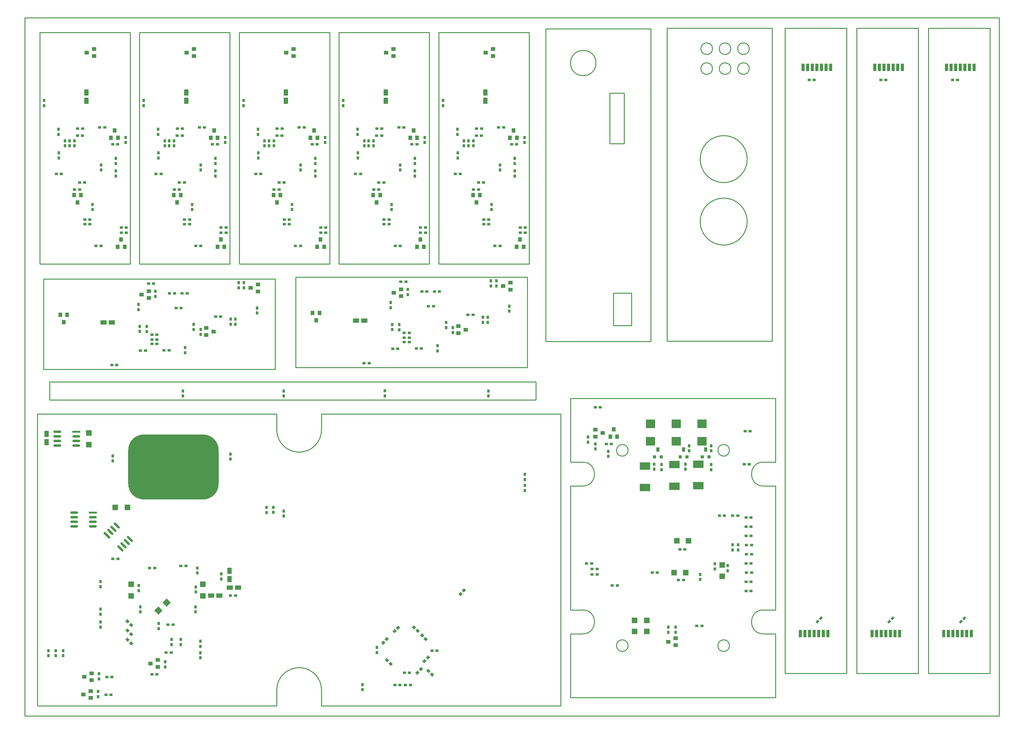
<source format=gbp>
%FSLAX25Y25*%
%MOIN*%
G70*
G01*
G75*
G04 Layer_Color=128*
G04:AMPARAMS|DCode=10|XSize=118.11mil|YSize=196.85mil|CornerRadius=29.53mil|HoleSize=0mil|Usage=FLASHONLY|Rotation=90.000|XOffset=0mil|YOffset=0mil|HoleType=Round|Shape=RoundedRectangle|*
%AMROUNDEDRECTD10*
21,1,0.11811,0.13780,0,0,90.0*
21,1,0.05906,0.19685,0,0,90.0*
1,1,0.05906,0.06890,0.02953*
1,1,0.05906,0.06890,-0.02953*
1,1,0.05906,-0.06890,-0.02953*
1,1,0.05906,-0.06890,0.02953*
%
%ADD10ROUNDEDRECTD10*%
%ADD11R,0.03000X0.03543*%
%ADD12R,0.03543X0.03000*%
%ADD13O,0.07087X0.01181*%
%ADD14O,0.01181X0.07087*%
%ADD15O,0.03543X0.05906*%
%ADD16R,0.03543X0.05906*%
%ADD17R,0.04921X0.03937*%
%ADD18R,0.03937X0.04921*%
%ADD19R,0.12598X0.09449*%
%ADD20R,0.15000X0.19685*%
%ADD21R,0.06693X0.05000*%
%ADD22R,0.05000X0.06693*%
%ADD23O,0.03150X0.11811*%
%ADD24R,0.03150X0.11811*%
%ADD25R,0.07874X0.03543*%
%ADD26R,0.03543X0.01181*%
%ADD27O,0.03543X0.01181*%
%ADD28R,0.06299X0.06000*%
%ADD29O,0.08661X0.02362*%
%ADD30R,0.08661X0.02362*%
G04:AMPARAMS|DCode=31|XSize=94.49mil|YSize=13.78mil|CornerRadius=0mil|HoleSize=0mil|Usage=FLASHONLY|Rotation=225.000|XOffset=0mil|YOffset=0mil|HoleType=Round|Shape=Round|*
%AMOVALD31*
21,1,0.08071,0.01378,0.00000,0.00000,225.0*
1,1,0.01378,0.02854,0.02854*
1,1,0.01378,-0.02854,-0.02854*
%
%ADD31OVALD31*%

G04:AMPARAMS|DCode=32|XSize=94.49mil|YSize=13.78mil|CornerRadius=0mil|HoleSize=0mil|Usage=FLASHONLY|Rotation=225.000|XOffset=0mil|YOffset=0mil|HoleType=Round|Shape=Rectangle|*
%AMROTATEDRECTD32*
4,1,4,0.02854,0.03828,0.03828,0.02854,-0.02854,-0.03828,-0.03828,-0.02854,0.02854,0.03828,0.0*
%
%ADD32ROTATEDRECTD32*%

G04:AMPARAMS|DCode=33|XSize=9.84mil|YSize=59.06mil|CornerRadius=0mil|HoleSize=0mil|Usage=FLASHONLY|Rotation=225.000|XOffset=0mil|YOffset=0mil|HoleType=Round|Shape=Rectangle|*
%AMROTATEDRECTD33*
4,1,4,-0.01740,0.02436,0.02436,-0.01740,0.01740,-0.02436,-0.02436,0.01740,-0.01740,0.02436,0.0*
%
%ADD33ROTATEDRECTD33*%

G04:AMPARAMS|DCode=34|XSize=9.84mil|YSize=59.06mil|CornerRadius=0mil|HoleSize=0mil|Usage=FLASHONLY|Rotation=135.000|XOffset=0mil|YOffset=0mil|HoleType=Round|Shape=Rectangle|*
%AMROTATEDRECTD34*
4,1,4,0.02436,0.01740,-0.01740,-0.02436,-0.02436,-0.01740,0.01740,0.02436,0.02436,0.01740,0.0*
%
%ADD34ROTATEDRECTD34*%

G04:AMPARAMS|DCode=35|XSize=9.84mil|YSize=59.06mil|CornerRadius=0mil|HoleSize=0mil|Usage=FLASHONLY|Rotation=225.000|XOffset=0mil|YOffset=0mil|HoleType=Round|Shape=Round|*
%AMOVALD35*
21,1,0.04921,0.00984,0.00000,0.00000,315.0*
1,1,0.00984,-0.01740,0.01740*
1,1,0.00984,0.01740,-0.01740*
%
%ADD35OVALD35*%

G04:AMPARAMS|DCode=36|XSize=9.84mil|YSize=59.06mil|CornerRadius=0mil|HoleSize=0mil|Usage=FLASHONLY|Rotation=135.000|XOffset=0mil|YOffset=0mil|HoleType=Round|Shape=Round|*
%AMOVALD36*
21,1,0.04921,0.00984,0.00000,0.00000,225.0*
1,1,0.00984,0.01740,0.01740*
1,1,0.00984,-0.01740,-0.01740*
%
%ADD36OVALD36*%

%ADD37R,0.03937X0.05906*%
G04:AMPARAMS|DCode=38|XSize=15.75mil|YSize=35.43mil|CornerRadius=0mil|HoleSize=0mil|Usage=FLASHONLY|Rotation=45.000|XOffset=0mil|YOffset=0mil|HoleType=Round|Shape=Rectangle|*
%AMROTATEDRECTD38*
4,1,4,0.00696,-0.01810,-0.01810,0.00696,-0.00696,0.01810,0.01810,-0.00696,0.00696,-0.01810,0.0*
%
%ADD38ROTATEDRECTD38*%

%ADD39R,0.03543X0.01575*%
%ADD40R,0.11201X0.06500*%
%ADD41R,0.01654X0.05370*%
%ADD42O,0.01654X0.05370*%
%ADD43R,0.01575X0.03543*%
%ADD44O,0.07087X0.01181*%
%ADD45R,0.07087X0.01181*%
%ADD46O,0.05906X0.00984*%
%ADD47O,0.00984X0.05906*%
%ADD48R,0.00984X0.05906*%
G04:AMPARAMS|DCode=49|XSize=35.43mil|YSize=30mil|CornerRadius=0mil|HoleSize=0mil|Usage=FLASHONLY|Rotation=315.000|XOffset=0mil|YOffset=0mil|HoleType=Round|Shape=Rectangle|*
%AMROTATEDRECTD49*
4,1,4,-0.02313,0.00192,-0.00192,0.02313,0.02313,-0.00192,0.00192,-0.02313,-0.02313,0.00192,0.0*
%
%ADD49ROTATEDRECTD49*%

%ADD50R,0.06000X0.06299*%
G04:AMPARAMS|DCode=51|XSize=35.43mil|YSize=30mil|CornerRadius=0mil|HoleSize=0mil|Usage=FLASHONLY|Rotation=225.000|XOffset=0mil|YOffset=0mil|HoleType=Round|Shape=Rectangle|*
%AMROTATEDRECTD51*
4,1,4,0.00192,0.02313,0.02313,0.00192,-0.00192,-0.02313,-0.02313,-0.00192,0.00192,0.02313,0.0*
%
%ADD51ROTATEDRECTD51*%

G04:AMPARAMS|DCode=52|XSize=62.99mil|YSize=60mil|CornerRadius=0mil|HoleSize=0mil|Usage=FLASHONLY|Rotation=135.000|XOffset=0mil|YOffset=0mil|HoleType=Round|Shape=Rectangle|*
%AMROTATEDRECTD52*
4,1,4,0.04348,-0.00106,0.00106,-0.04348,-0.04348,0.00106,-0.00106,0.04348,0.04348,-0.00106,0.0*
%
%ADD52ROTATEDRECTD52*%

%ADD53O,0.02362X0.08661*%
%ADD54R,0.02362X0.08661*%
%ADD55R,0.26378X0.26378*%
%ADD56R,0.11811X0.06496*%
%ADD57R,0.11811X0.07087*%
G04:AMPARAMS|DCode=58|XSize=120.08mil|YSize=144.88mil|CornerRadius=30.02mil|HoleSize=0mil|Usage=FLASHONLY|Rotation=315.000|XOffset=0mil|YOffset=0mil|HoleType=Round|Shape=RoundedRectangle|*
%AMROUNDEDRECTD58*
21,1,0.12008,0.08484,0,0,315.0*
21,1,0.06004,0.14488,0,0,315.0*
1,1,0.06004,-0.00877,-0.05122*
1,1,0.06004,-0.05122,-0.00877*
1,1,0.06004,0.00877,0.05122*
1,1,0.06004,0.05122,0.00877*
%
%ADD58ROUNDEDRECTD58*%
G04:AMPARAMS|DCode=59|XSize=120.08mil|YSize=144.88mil|CornerRadius=30.02mil|HoleSize=0mil|Usage=FLASHONLY|Rotation=45.000|XOffset=0mil|YOffset=0mil|HoleType=Round|Shape=RoundedRectangle|*
%AMROUNDEDRECTD59*
21,1,0.12008,0.08484,0,0,45.0*
21,1,0.06004,0.14488,0,0,45.0*
1,1,0.06004,0.05122,-0.00877*
1,1,0.06004,0.00877,-0.05122*
1,1,0.06004,-0.05122,0.00877*
1,1,0.06004,-0.00877,0.05122*
%
%ADD59ROUNDEDRECTD59*%
%ADD60R,0.13780X0.08071*%
%ADD61R,0.15748X0.08071*%
%ADD62R,0.08858X0.01969*%
G04:AMPARAMS|DCode=63|XSize=51.18mil|YSize=55.12mil|CornerRadius=0mil|HoleSize=0mil|Usage=FLASHONLY|Rotation=135.000|XOffset=0mil|YOffset=0mil|HoleType=Round|Shape=Rectangle|*
%AMROTATEDRECTD63*
4,1,4,0.03758,0.00139,-0.00139,-0.03758,-0.03758,-0.00139,0.00139,0.03758,0.03758,0.00139,0.0*
%
%ADD63ROTATEDRECTD63*%

%ADD64R,0.05118X0.05512*%
%ADD65R,0.09449X0.09843*%
%ADD66R,0.05512X0.05118*%
%ADD67R,0.07874X0.07087*%
%ADD68R,0.11000X0.15000*%
%ADD69R,0.06299X0.06299*%
%ADD70R,0.07874X0.11811*%
%ADD71R,0.06299X0.09449*%
%ADD72R,0.11811X0.07874*%
%ADD73R,0.00906X0.05906*%
%ADD74P,0.08908X4X270.0*%
G04:AMPARAMS|DCode=75|XSize=62.99mil|YSize=15.75mil|CornerRadius=0mil|HoleSize=0mil|Usage=FLASHONLY|Rotation=135.000|XOffset=0mil|YOffset=0mil|HoleType=Round|Shape=Rectangle|*
%AMROTATEDRECTD75*
4,1,4,0.02784,-0.01670,0.01670,-0.02784,-0.02784,0.01670,-0.01670,0.02784,0.02784,-0.01670,0.0*
%
%ADD75ROTATEDRECTD75*%

G04:AMPARAMS|DCode=76|XSize=62.99mil|YSize=15.75mil|CornerRadius=0mil|HoleSize=0mil|Usage=FLASHONLY|Rotation=135.000|XOffset=0mil|YOffset=0mil|HoleType=Round|Shape=Round|*
%AMOVALD76*
21,1,0.04724,0.01575,0.00000,0.00000,135.0*
1,1,0.01575,0.01670,-0.01670*
1,1,0.01575,-0.01670,0.01670*
%
%ADD76OVALD76*%

G04:AMPARAMS|DCode=77|XSize=15.75mil|YSize=35.43mil|CornerRadius=0mil|HoleSize=0mil|Usage=FLASHONLY|Rotation=135.000|XOffset=0mil|YOffset=0mil|HoleType=Round|Shape=Rectangle|*
%AMROTATEDRECTD77*
4,1,4,0.01810,0.00696,-0.00696,-0.01810,-0.01810,-0.00696,0.00696,0.01810,0.01810,0.00696,0.0*
%
%ADD77ROTATEDRECTD77*%

%ADD78P,0.08908X4X180.0*%
G04:AMPARAMS|DCode=79|XSize=66.93mil|YSize=50mil|CornerRadius=0mil|HoleSize=0mil|Usage=FLASHONLY|Rotation=135.000|XOffset=0mil|YOffset=0mil|HoleType=Round|Shape=Rectangle|*
%AMROTATEDRECTD79*
4,1,4,0.04134,-0.00599,0.00599,-0.04134,-0.04134,0.00599,-0.00599,0.04134,0.04134,-0.00599,0.0*
%
%ADD79ROTATEDRECTD79*%

%ADD80R,0.05906X0.00984*%
%ADD81R,0.09449X0.12598*%
%ADD82R,0.19685X0.15000*%
%ADD83O,0.05906X0.03543*%
%ADD84R,0.05906X0.03543*%
%ADD85O,0.11811X0.03150*%
%ADD86R,0.11811X0.03150*%
%ADD87R,0.03543X0.07874*%
%ADD88R,0.01181X0.03543*%
%ADD89O,0.01181X0.03543*%
%ADD90C,0.03937*%
%ADD91C,0.01575*%
%ADD92C,0.03150*%
%ADD93C,0.01000*%
%ADD94C,0.01181*%
%ADD95C,0.01969*%
%ADD96C,0.05906*%
%ADD97C,0.00787*%
%ADD98C,0.07874*%
%ADD99C,0.02756*%
%ADD100R,0.25197X0.27953*%
%ADD101R,0.19685X0.32283*%
%ADD102R,0.24016X0.21260*%
%ADD103R,0.08858X0.27953*%
%ADD104C,0.17716*%
%ADD105C,0.05906*%
%ADD106R,0.05906X0.05906*%
%ADD107C,0.04724*%
%ADD108C,0.15748*%
%ADD109R,0.03937X0.03937*%
%ADD110C,0.03937*%
%ADD111C,0.06000*%
%ADD112C,0.13386*%
%ADD113C,0.07874*%
%ADD114C,0.05512*%
%ADD115C,0.06299*%
G04:AMPARAMS|DCode=116|XSize=374.02mil|YSize=98.43mil|CornerRadius=24.61mil|HoleSize=0mil|Usage=FLASHONLY|Rotation=180.000|XOffset=0mil|YOffset=0mil|HoleType=Round|Shape=RoundedRectangle|*
%AMROUNDEDRECTD116*
21,1,0.37402,0.04921,0,0,180.0*
21,1,0.32480,0.09843,0,0,180.0*
1,1,0.04921,-0.16240,0.02461*
1,1,0.04921,0.16240,0.02461*
1,1,0.04921,0.16240,-0.02461*
1,1,0.04921,-0.16240,-0.02461*
%
%ADD116ROUNDEDRECTD116*%
%ADD117R,0.05906X0.05906*%
%ADD118C,0.06693*%
%ADD119C,0.09843*%
%ADD120C,0.10000*%
%ADD121C,0.19685*%
%ADD122C,0.31496*%
%ADD123R,0.07874X0.07874*%
%ADD124C,0.06496*%
%ADD125C,0.02559*%
%ADD126R,0.07874X0.07874*%
%ADD127R,0.03937X0.03937*%
%ADD128R,0.06299X0.06299*%
G04:AMPARAMS|DCode=129|XSize=374.02mil|YSize=98.43mil|CornerRadius=24.61mil|HoleSize=0mil|Usage=FLASHONLY|Rotation=270.000|XOffset=0mil|YOffset=0mil|HoleType=Round|Shape=RoundedRectangle|*
%AMROUNDEDRECTD129*
21,1,0.37402,0.04921,0,0,270.0*
21,1,0.32480,0.09843,0,0,270.0*
1,1,0.04921,-0.02461,-0.16240*
1,1,0.04921,-0.02461,0.16240*
1,1,0.04921,0.02461,0.16240*
1,1,0.04921,0.02461,-0.16240*
%
%ADD129ROUNDEDRECTD129*%
%ADD130C,0.05500*%
%ADD131C,0.03150*%
%ADD132C,0.02362*%
%ADD133C,0.01575*%
%ADD134C,0.05000*%
%ADD135C,0.07087*%
G04:AMPARAMS|DCode=136|XSize=27.56mil|YSize=35.43mil|CornerRadius=0mil|HoleSize=0mil|Usage=FLASHONLY|Rotation=315.000|XOffset=0mil|YOffset=0mil|HoleType=Round|Shape=Rectangle|*
%AMROTATEDRECTD136*
4,1,4,-0.02227,-0.00278,0.00278,0.02227,0.02227,0.00278,-0.00278,-0.02227,-0.02227,-0.00278,0.0*
%
%ADD136ROTATEDRECTD136*%

%ADD137R,0.03543X0.02756*%
G04:AMPARAMS|DCode=138|XSize=984.25mil|YSize=708.66mil|CornerRadius=177.16mil|HoleSize=0mil|Usage=FLASHONLY|Rotation=0.000|XOffset=0mil|YOffset=0mil|HoleType=Round|Shape=RoundedRectangle|*
%AMROUNDEDRECTD138*
21,1,0.98425,0.35433,0,0,0.0*
21,1,0.62992,0.70866,0,0,0.0*
1,1,0.35433,0.31496,-0.17716*
1,1,0.35433,-0.31496,-0.17716*
1,1,0.35433,-0.31496,0.17716*
1,1,0.35433,0.31496,0.17716*
%
%ADD138ROUNDEDRECTD138*%
G04:AMPARAMS|DCode=139|XSize=86.61mil|YSize=23.62mil|CornerRadius=0mil|HoleSize=0mil|Usage=FLASHONLY|Rotation=315.000|XOffset=0mil|YOffset=0mil|HoleType=Round|Shape=Rectangle|*
%AMROTATEDRECTD139*
4,1,4,-0.03897,0.02227,-0.02227,0.03897,0.03897,-0.02227,0.02227,-0.03897,-0.03897,0.02227,0.0*
%
%ADD139ROTATEDRECTD139*%

G04:AMPARAMS|DCode=140|XSize=86.61mil|YSize=23.62mil|CornerRadius=0mil|HoleSize=0mil|Usage=FLASHONLY|Rotation=315.000|XOffset=0mil|YOffset=0mil|HoleType=Round|Shape=Round|*
%AMOVALD140*
21,1,0.06299,0.02362,0.00000,0.00000,315.0*
1,1,0.02362,-0.02227,0.02227*
1,1,0.02362,0.02227,-0.02227*
%
%ADD140OVALD140*%

%ADD141R,0.09843X0.09449*%
%ADD142R,0.03600X0.03600*%
%ADD143R,0.03600X0.05000*%
%ADD144C,0.09843*%
%ADD145C,0.03740*%
%ADD146R,0.24803X0.21260*%
%ADD147R,0.09449X0.14961*%
%ADD148R,0.18110X0.14862*%
%ADD149C,0.05886*%
%ADD150C,0.00984*%
%ADD151C,0.02362*%
%ADD152C,0.03186*%
%ADD153C,0.02000*%
%ADD154C,0.00394*%
%ADD155C,0.05886*%
%ADD156C,0.03186*%
%ADD157R,0.04724X0.25197*%
%ADD158C,0.00068*%
%ADD159C,0.01200*%
%ADD160C,0.00800*%
%ADD161C,0.00500*%
%ADD162C,0.00050*%
%ADD163C,0.00100*%
%ADD164C,0.00574*%
%ADD165C,0.00570*%
%ADD166C,0.00661*%
%ADD167C,0.00632*%
%ADD168R,0.05512X0.27559*%
%ADD169R,0.27559X0.78543*%
%ADD170R,0.12047X0.03937*%
%ADD171R,0.10847X0.30370*%
%ADD172R,0.10039X0.28937*%
G04:AMPARAMS|DCode=173|XSize=126.11mil|YSize=204.85mil|CornerRadius=33.53mil|HoleSize=0mil|Usage=FLASHONLY|Rotation=90.000|XOffset=0mil|YOffset=0mil|HoleType=Round|Shape=RoundedRectangle|*
%AMROUNDEDRECTD173*
21,1,0.12611,0.13780,0,0,90.0*
21,1,0.05906,0.20485,0,0,90.0*
1,1,0.06706,0.06890,0.02953*
1,1,0.06706,0.06890,-0.02953*
1,1,0.06706,-0.06890,-0.02953*
1,1,0.06706,-0.06890,0.02953*
%
%ADD173ROUNDEDRECTD173*%
%ADD174R,0.03800X0.04343*%
%ADD175R,0.04343X0.03800*%
%ADD176O,0.07887X0.01981*%
%ADD177O,0.01981X0.07887*%
%ADD178O,0.04343X0.06706*%
%ADD179R,0.04343X0.06706*%
%ADD180R,0.05721X0.04737*%
%ADD181R,0.04737X0.05721*%
%ADD182R,0.13398X0.10249*%
%ADD183R,0.15800X0.20485*%
%ADD184R,0.07493X0.05800*%
%ADD185R,0.05800X0.07493*%
%ADD186O,0.03950X0.12611*%
%ADD187R,0.03950X0.12611*%
%ADD188R,0.08674X0.04343*%
%ADD189R,0.04343X0.01981*%
%ADD190O,0.04343X0.01981*%
%ADD191R,0.07099X0.06800*%
%ADD192O,0.09461X0.03162*%
%ADD193R,0.09461X0.03162*%
G04:AMPARAMS|DCode=194|XSize=102.49mil|YSize=21.78mil|CornerRadius=0mil|HoleSize=0mil|Usage=FLASHONLY|Rotation=225.000|XOffset=0mil|YOffset=0mil|HoleType=Round|Shape=Round|*
%AMOVALD194*
21,1,0.08071,0.02178,0.00000,0.00000,225.0*
1,1,0.02178,0.02854,0.02854*
1,1,0.02178,-0.02854,-0.02854*
%
%ADD194OVALD194*%

G04:AMPARAMS|DCode=195|XSize=102.49mil|YSize=21.78mil|CornerRadius=0mil|HoleSize=0mil|Usage=FLASHONLY|Rotation=225.000|XOffset=0mil|YOffset=0mil|HoleType=Round|Shape=Rectangle|*
%AMROTATEDRECTD195*
4,1,4,0.02854,0.04394,0.04394,0.02854,-0.02854,-0.04394,-0.04394,-0.02854,0.02854,0.04394,0.0*
%
%ADD195ROTATEDRECTD195*%

G04:AMPARAMS|DCode=196|XSize=17.84mil|YSize=67.06mil|CornerRadius=0mil|HoleSize=0mil|Usage=FLASHONLY|Rotation=225.000|XOffset=0mil|YOffset=0mil|HoleType=Round|Shape=Rectangle|*
%AMROTATEDRECTD196*
4,1,4,-0.01740,0.03002,0.03002,-0.01740,0.01740,-0.03002,-0.03002,0.01740,-0.01740,0.03002,0.0*
%
%ADD196ROTATEDRECTD196*%

G04:AMPARAMS|DCode=197|XSize=17.84mil|YSize=67.06mil|CornerRadius=0mil|HoleSize=0mil|Usage=FLASHONLY|Rotation=135.000|XOffset=0mil|YOffset=0mil|HoleType=Round|Shape=Rectangle|*
%AMROTATEDRECTD197*
4,1,4,0.03002,0.01740,-0.01740,-0.03002,-0.03002,-0.01740,0.01740,0.03002,0.03002,0.01740,0.0*
%
%ADD197ROTATEDRECTD197*%

G04:AMPARAMS|DCode=198|XSize=17.84mil|YSize=67.06mil|CornerRadius=0mil|HoleSize=0mil|Usage=FLASHONLY|Rotation=225.000|XOffset=0mil|YOffset=0mil|HoleType=Round|Shape=Round|*
%AMOVALD198*
21,1,0.04921,0.01784,0.00000,0.00000,315.0*
1,1,0.01784,-0.01740,0.01740*
1,1,0.01784,0.01740,-0.01740*
%
%ADD198OVALD198*%

G04:AMPARAMS|DCode=199|XSize=17.84mil|YSize=67.06mil|CornerRadius=0mil|HoleSize=0mil|Usage=FLASHONLY|Rotation=135.000|XOffset=0mil|YOffset=0mil|HoleType=Round|Shape=Round|*
%AMOVALD199*
21,1,0.04921,0.01784,0.00000,0.00000,225.0*
1,1,0.01784,0.01740,0.01740*
1,1,0.01784,-0.01740,-0.01740*
%
%ADD199OVALD199*%

%ADD200R,0.04737X0.06706*%
G04:AMPARAMS|DCode=201|XSize=23.75mil|YSize=43.43mil|CornerRadius=0mil|HoleSize=0mil|Usage=FLASHONLY|Rotation=45.000|XOffset=0mil|YOffset=0mil|HoleType=Round|Shape=Rectangle|*
%AMROTATEDRECTD201*
4,1,4,0.00696,-0.02375,-0.02375,0.00696,-0.00696,0.02375,0.02375,-0.00696,0.00696,-0.02375,0.0*
%
%ADD201ROTATEDRECTD201*%

%ADD202R,0.04343X0.02375*%
%ADD203R,0.12001X0.07300*%
%ADD204R,0.02454X0.06170*%
%ADD205O,0.02454X0.06170*%
%ADD206R,0.02375X0.04343*%
%ADD207O,0.07887X0.01981*%
%ADD208R,0.07887X0.01981*%
%ADD209O,0.06706X0.01784*%
%ADD210O,0.01784X0.06706*%
%ADD211R,0.01784X0.06706*%
G04:AMPARAMS|DCode=212|XSize=43.43mil|YSize=38mil|CornerRadius=0mil|HoleSize=0mil|Usage=FLASHONLY|Rotation=315.000|XOffset=0mil|YOffset=0mil|HoleType=Round|Shape=Rectangle|*
%AMROTATEDRECTD212*
4,1,4,-0.02879,0.00192,-0.00192,0.02879,0.02879,-0.00192,0.00192,-0.02879,-0.02879,0.00192,0.0*
%
%ADD212ROTATEDRECTD212*%

%ADD213R,0.06800X0.07099*%
G04:AMPARAMS|DCode=214|XSize=43.43mil|YSize=38mil|CornerRadius=0mil|HoleSize=0mil|Usage=FLASHONLY|Rotation=225.000|XOffset=0mil|YOffset=0mil|HoleType=Round|Shape=Rectangle|*
%AMROTATEDRECTD214*
4,1,4,0.00192,0.02879,0.02879,0.00192,-0.00192,-0.02879,-0.02879,-0.00192,0.00192,0.02879,0.0*
%
%ADD214ROTATEDRECTD214*%

G04:AMPARAMS|DCode=215|XSize=70.99mil|YSize=68mil|CornerRadius=0mil|HoleSize=0mil|Usage=FLASHONLY|Rotation=135.000|XOffset=0mil|YOffset=0mil|HoleType=Round|Shape=Rectangle|*
%AMROTATEDRECTD215*
4,1,4,0.04914,-0.00106,0.00106,-0.04914,-0.04914,0.00106,-0.00106,0.04914,0.04914,-0.00106,0.0*
%
%ADD215ROTATEDRECTD215*%

%ADD216O,0.03162X0.09461*%
%ADD217R,0.03162X0.09461*%
%ADD218R,0.27178X0.27178*%
%ADD219R,0.12611X0.07296*%
%ADD220R,0.12611X0.07887*%
G04:AMPARAMS|DCode=221|XSize=128.08mil|YSize=152.88mil|CornerRadius=34.02mil|HoleSize=0mil|Usage=FLASHONLY|Rotation=315.000|XOffset=0mil|YOffset=0mil|HoleType=Round|Shape=RoundedRectangle|*
%AMROUNDEDRECTD221*
21,1,0.12808,0.08484,0,0,315.0*
21,1,0.06004,0.15288,0,0,315.0*
1,1,0.06804,-0.00877,-0.05122*
1,1,0.06804,-0.05122,-0.00877*
1,1,0.06804,0.00877,0.05122*
1,1,0.06804,0.05122,0.00877*
%
%ADD221ROUNDEDRECTD221*%
G04:AMPARAMS|DCode=222|XSize=128.08mil|YSize=152.88mil|CornerRadius=34.02mil|HoleSize=0mil|Usage=FLASHONLY|Rotation=45.000|XOffset=0mil|YOffset=0mil|HoleType=Round|Shape=RoundedRectangle|*
%AMROUNDEDRECTD222*
21,1,0.12808,0.08484,0,0,45.0*
21,1,0.06004,0.15288,0,0,45.0*
1,1,0.06804,0.05122,-0.00877*
1,1,0.06804,0.00877,-0.05122*
1,1,0.06804,-0.05122,0.00877*
1,1,0.06804,-0.00877,0.05122*
%
%ADD222ROUNDEDRECTD222*%
G04:AMPARAMS|DCode=223|XSize=59.18mil|YSize=63.12mil|CornerRadius=0mil|HoleSize=0mil|Usage=FLASHONLY|Rotation=135.000|XOffset=0mil|YOffset=0mil|HoleType=Round|Shape=Rectangle|*
%AMROTATEDRECTD223*
4,1,4,0.04324,0.00139,-0.00139,-0.04324,-0.04324,-0.00139,0.00139,0.04324,0.04324,0.00139,0.0*
%
%ADD223ROTATEDRECTD223*%

%ADD224R,0.05918X0.06312*%
%ADD225R,0.10249X0.10642*%
%ADD226R,0.06312X0.05918*%
%ADD227R,0.08674X0.07887*%
%ADD228R,0.11800X0.15800*%
%ADD229R,0.07099X0.07099*%
%ADD230R,0.08674X0.12611*%
%ADD231R,0.07099X0.10249*%
%ADD232R,0.12611X0.08674*%
%ADD233R,0.01706X0.06706*%
%ADD234P,0.10040X4X270.0*%
G04:AMPARAMS|DCode=235|XSize=70.99mil|YSize=23.75mil|CornerRadius=0mil|HoleSize=0mil|Usage=FLASHONLY|Rotation=135.000|XOffset=0mil|YOffset=0mil|HoleType=Round|Shape=Rectangle|*
%AMROTATEDRECTD235*
4,1,4,0.03350,-0.01670,0.01670,-0.03350,-0.03350,0.01670,-0.01670,0.03350,0.03350,-0.01670,0.0*
%
%ADD235ROTATEDRECTD235*%

G04:AMPARAMS|DCode=236|XSize=70.99mil|YSize=23.75mil|CornerRadius=0mil|HoleSize=0mil|Usage=FLASHONLY|Rotation=135.000|XOffset=0mil|YOffset=0mil|HoleType=Round|Shape=Round|*
%AMOVALD236*
21,1,0.04724,0.02375,0.00000,0.00000,135.0*
1,1,0.02375,0.01670,-0.01670*
1,1,0.02375,-0.01670,0.01670*
%
%ADD236OVALD236*%

G04:AMPARAMS|DCode=237|XSize=23.75mil|YSize=43.43mil|CornerRadius=0mil|HoleSize=0mil|Usage=FLASHONLY|Rotation=135.000|XOffset=0mil|YOffset=0mil|HoleType=Round|Shape=Rectangle|*
%AMROTATEDRECTD237*
4,1,4,0.02375,0.00696,-0.00696,-0.02375,-0.02375,-0.00696,0.00696,0.02375,0.02375,0.00696,0.0*
%
%ADD237ROTATEDRECTD237*%

%ADD238P,0.10040X4X180.0*%
G04:AMPARAMS|DCode=239|XSize=74.93mil|YSize=58mil|CornerRadius=0mil|HoleSize=0mil|Usage=FLASHONLY|Rotation=135.000|XOffset=0mil|YOffset=0mil|HoleType=Round|Shape=Rectangle|*
%AMROTATEDRECTD239*
4,1,4,0.04700,-0.00599,0.00599,-0.04700,-0.04700,0.00599,-0.00599,0.04700,0.04700,-0.00599,0.0*
%
%ADD239ROTATEDRECTD239*%

%ADD240R,0.06706X0.01784*%
%ADD241R,0.10249X0.13398*%
%ADD242R,0.20485X0.15800*%
%ADD243O,0.06706X0.04343*%
%ADD244R,0.06706X0.04343*%
%ADD245O,0.12611X0.03950*%
%ADD246R,0.12611X0.03950*%
%ADD247R,0.04343X0.08674*%
%ADD248R,0.01981X0.04343*%
%ADD249O,0.01981X0.04343*%
%ADD250C,0.18517*%
%ADD251C,0.06706*%
%ADD252R,0.06706X0.06706*%
%ADD253C,0.05524*%
%ADD254C,0.16548*%
%ADD255R,0.04737X0.04737*%
%ADD256C,0.04737*%
%ADD257C,0.06800*%
%ADD258C,0.14186*%
%ADD259C,0.08674*%
%ADD260C,0.06312*%
%ADD261C,0.07099*%
G04:AMPARAMS|DCode=262|XSize=382.02mil|YSize=106.42mil|CornerRadius=28.61mil|HoleSize=0mil|Usage=FLASHONLY|Rotation=180.000|XOffset=0mil|YOffset=0mil|HoleType=Round|Shape=RoundedRectangle|*
%AMROUNDEDRECTD262*
21,1,0.38202,0.04921,0,0,180.0*
21,1,0.32480,0.10642,0,0,180.0*
1,1,0.05721,-0.16240,0.02461*
1,1,0.05721,0.16240,0.02461*
1,1,0.05721,0.16240,-0.02461*
1,1,0.05721,-0.16240,-0.02461*
%
%ADD262ROUNDEDRECTD262*%
%ADD263R,0.06706X0.06706*%
%ADD264C,0.07493*%
%ADD265C,0.10642*%
%ADD266C,0.10800*%
%ADD267C,0.20485*%
%ADD268C,0.32296*%
%ADD269R,0.08674X0.08674*%
%ADD270C,0.07296*%
%ADD271C,0.03359*%
%ADD272R,0.08674X0.08674*%
%ADD273R,0.04737X0.04737*%
%ADD274R,0.07099X0.07099*%
G04:AMPARAMS|DCode=275|XSize=382.02mil|YSize=106.42mil|CornerRadius=28.61mil|HoleSize=0mil|Usage=FLASHONLY|Rotation=270.000|XOffset=0mil|YOffset=0mil|HoleType=Round|Shape=RoundedRectangle|*
%AMROUNDEDRECTD275*
21,1,0.38202,0.04921,0,0,270.0*
21,1,0.32480,0.10642,0,0,270.0*
1,1,0.05721,-0.02461,-0.16240*
1,1,0.05721,-0.02461,0.16240*
1,1,0.05721,0.02461,0.16240*
1,1,0.05721,0.02461,-0.16240*
%
%ADD275ROUNDEDRECTD275*%
%ADD276C,0.06300*%
%ADD277C,0.03950*%
%ADD278C,0.03162*%
%ADD279C,0.02375*%
%ADD280C,0.05800*%
%ADD281C,0.07887*%
G04:AMPARAMS|DCode=282|XSize=35.56mil|YSize=43.43mil|CornerRadius=0mil|HoleSize=0mil|Usage=FLASHONLY|Rotation=315.000|XOffset=0mil|YOffset=0mil|HoleType=Round|Shape=Rectangle|*
%AMROTATEDRECTD282*
4,1,4,-0.02793,-0.00278,0.00278,0.02793,0.02793,0.00278,-0.00278,-0.02793,-0.02793,-0.00278,0.0*
%
%ADD282ROTATEDRECTD282*%

%ADD283R,0.04343X0.03556*%
G04:AMPARAMS|DCode=284|XSize=992.25mil|YSize=716.66mil|CornerRadius=181.16mil|HoleSize=0mil|Usage=FLASHONLY|Rotation=0.000|XOffset=0mil|YOffset=0mil|HoleType=Round|Shape=RoundedRectangle|*
%AMROUNDEDRECTD284*
21,1,0.99225,0.35433,0,0,0.0*
21,1,0.62992,0.71666,0,0,0.0*
1,1,0.36233,0.31496,-0.17716*
1,1,0.36233,-0.31496,-0.17716*
1,1,0.36233,-0.31496,0.17716*
1,1,0.36233,0.31496,0.17716*
%
%ADD284ROUNDEDRECTD284*%
G04:AMPARAMS|DCode=285|XSize=94.61mil|YSize=31.62mil|CornerRadius=0mil|HoleSize=0mil|Usage=FLASHONLY|Rotation=315.000|XOffset=0mil|YOffset=0mil|HoleType=Round|Shape=Rectangle|*
%AMROTATEDRECTD285*
4,1,4,-0.04463,0.02227,-0.02227,0.04463,0.04463,-0.02227,0.02227,-0.04463,-0.04463,0.02227,0.0*
%
%ADD285ROTATEDRECTD285*%

G04:AMPARAMS|DCode=286|XSize=94.61mil|YSize=31.62mil|CornerRadius=0mil|HoleSize=0mil|Usage=FLASHONLY|Rotation=315.000|XOffset=0mil|YOffset=0mil|HoleType=Round|Shape=Round|*
%AMOVALD286*
21,1,0.06299,0.03162,0.00000,0.00000,315.0*
1,1,0.03162,-0.02227,0.02227*
1,1,0.03162,0.02227,-0.02227*
%
%ADD286OVALD286*%

%ADD287R,0.10642X0.10249*%
%ADD288R,0.04400X0.04400*%
%ADD289R,0.04400X0.05800*%
D11*
X454906Y669976D02*
D03*
Y664476D02*
D03*
X470575Y633295D02*
D03*
Y638795D02*
D03*
X507583Y556894D02*
D03*
Y551394D02*
D03*
X482622Y626197D02*
D03*
Y620697D02*
D03*
X477661Y626264D02*
D03*
Y620764D02*
D03*
X470811Y607614D02*
D03*
Y613114D02*
D03*
X516874Y594376D02*
D03*
Y599876D02*
D03*
X532858Y593362D02*
D03*
Y587862D02*
D03*
Y601630D02*
D03*
Y607130D02*
D03*
X543559Y629941D02*
D03*
Y624441D02*
D03*
X487898Y626197D02*
D03*
Y620697D02*
D03*
X346406Y669976D02*
D03*
Y664476D02*
D03*
X362075Y633295D02*
D03*
Y638795D02*
D03*
X399083Y556894D02*
D03*
Y551394D02*
D03*
X374122Y626197D02*
D03*
Y620697D02*
D03*
X369161Y626264D02*
D03*
Y620764D02*
D03*
X362311Y607614D02*
D03*
Y613114D02*
D03*
X408374Y594376D02*
D03*
Y599876D02*
D03*
X424358Y593362D02*
D03*
Y587862D02*
D03*
Y601630D02*
D03*
Y607130D02*
D03*
X435059Y629941D02*
D03*
Y624441D02*
D03*
X379398Y626197D02*
D03*
Y620697D02*
D03*
X544062Y257589D02*
D03*
X544062Y263089D02*
D03*
X544062Y245589D02*
D03*
X544062Y251089D02*
D03*
X187756Y155681D02*
D03*
Y161181D02*
D03*
X281756Y217681D02*
D03*
Y223181D02*
D03*
X263032Y227059D02*
D03*
Y221559D02*
D03*
X270323Y227295D02*
D03*
Y221795D02*
D03*
X82323Y140850D02*
D03*
Y146350D02*
D03*
Y116350D02*
D03*
Y110850D02*
D03*
Y102350D02*
D03*
Y96850D02*
D03*
X223756Y279681D02*
D03*
Y285181D02*
D03*
X95756Y283181D02*
D03*
Y277681D02*
D03*
X145756Y100681D02*
D03*
Y95181D02*
D03*
X186039Y140618D02*
D03*
Y135118D02*
D03*
X190976Y68854D02*
D03*
Y63354D02*
D03*
X185724Y118854D02*
D03*
Y113354D02*
D03*
X190976Y75854D02*
D03*
Y81354D02*
D03*
X169724Y77854D02*
D03*
Y83354D02*
D03*
X159724Y77854D02*
D03*
Y83354D02*
D03*
X123883Y142051D02*
D03*
Y136551D02*
D03*
X125724Y118854D02*
D03*
Y113354D02*
D03*
X367425Y28724D02*
D03*
Y34224D02*
D03*
X213756Y154681D02*
D03*
Y149181D02*
D03*
X382953Y74681D02*
D03*
Y69181D02*
D03*
X25756Y65681D02*
D03*
Y71181D02*
D03*
X80795Y46067D02*
D03*
Y40567D02*
D03*
X33756Y65681D02*
D03*
X33756Y71181D02*
D03*
X41756Y65681D02*
D03*
Y71181D02*
D03*
X79756Y26681D02*
D03*
Y21181D02*
D03*
X152779Y53602D02*
D03*
Y59102D02*
D03*
X53898Y626197D02*
D03*
Y620697D02*
D03*
X109559Y629941D02*
D03*
Y624441D02*
D03*
X98858Y601630D02*
D03*
Y607130D02*
D03*
Y593362D02*
D03*
Y587862D02*
D03*
X82874Y594376D02*
D03*
Y599876D02*
D03*
X36811Y607614D02*
D03*
Y613114D02*
D03*
X43661Y626264D02*
D03*
Y620764D02*
D03*
X48622Y626197D02*
D03*
Y620697D02*
D03*
X73583Y556894D02*
D03*
Y551394D02*
D03*
X36575Y633295D02*
D03*
Y638795D02*
D03*
X20906Y669976D02*
D03*
Y664476D02*
D03*
X162398Y626197D02*
D03*
Y620697D02*
D03*
X218059Y629941D02*
D03*
Y624441D02*
D03*
X207358Y601630D02*
D03*
Y607130D02*
D03*
Y593362D02*
D03*
Y587862D02*
D03*
X191374Y594376D02*
D03*
Y599876D02*
D03*
X145311Y607614D02*
D03*
Y613114D02*
D03*
X152161Y626264D02*
D03*
Y620764D02*
D03*
X157122Y626197D02*
D03*
Y620697D02*
D03*
X182083Y556894D02*
D03*
Y551394D02*
D03*
X145075Y633295D02*
D03*
Y638795D02*
D03*
X129405Y669976D02*
D03*
Y664476D02*
D03*
X270898Y626197D02*
D03*
Y620697D02*
D03*
X326559Y629941D02*
D03*
Y624441D02*
D03*
X315858Y601630D02*
D03*
Y607130D02*
D03*
Y593362D02*
D03*
Y587862D02*
D03*
X299874Y594376D02*
D03*
Y599876D02*
D03*
X253811Y607614D02*
D03*
Y613114D02*
D03*
X260661Y626264D02*
D03*
Y620764D02*
D03*
X265622Y626197D02*
D03*
Y620697D02*
D03*
X290583Y556894D02*
D03*
Y551394D02*
D03*
X253575Y633295D02*
D03*
Y638795D02*
D03*
X237906Y669976D02*
D03*
Y664476D02*
D03*
X699873Y96777D02*
D03*
X699873Y91277D02*
D03*
X707873Y96777D02*
D03*
Y91277D02*
D03*
X684547Y268776D02*
D03*
Y274276D02*
D03*
X722547Y294276D02*
D03*
Y288776D02*
D03*
X746547Y294276D02*
D03*
Y288776D02*
D03*
X634547Y288276D02*
D03*
Y282776D02*
D03*
X620547Y296276D02*
D03*
Y290776D02*
D03*
X770083Y186457D02*
D03*
Y180957D02*
D03*
X776083Y186457D02*
D03*
Y180957D02*
D03*
X734547Y148776D02*
D03*
Y154276D02*
D03*
X746547Y268276D02*
D03*
Y273776D02*
D03*
X718547Y268776D02*
D03*
Y274276D02*
D03*
X692547Y268276D02*
D03*
Y273776D02*
D03*
X612547Y298276D02*
D03*
Y303776D02*
D03*
X764547Y163776D02*
D03*
Y158276D02*
D03*
X750547Y160276D02*
D03*
Y165776D02*
D03*
X465795Y422874D02*
D03*
Y417374D02*
D03*
X399575Y420681D02*
D03*
Y426181D02*
D03*
X398079Y444630D02*
D03*
Y450130D02*
D03*
X448945Y403043D02*
D03*
Y397543D02*
D03*
X507028Y473661D02*
D03*
Y468161D02*
D03*
X512961Y468173D02*
D03*
Y473673D02*
D03*
X416559Y464378D02*
D03*
Y458878D02*
D03*
X498441Y434055D02*
D03*
Y428555D02*
D03*
X407213Y426102D02*
D03*
Y420602D02*
D03*
X458157Y428398D02*
D03*
Y422898D02*
D03*
X527134Y446260D02*
D03*
Y440760D02*
D03*
X503512Y428476D02*
D03*
Y433976D02*
D03*
X191295Y420874D02*
D03*
Y415374D02*
D03*
X125075Y418681D02*
D03*
Y424181D02*
D03*
X123579Y442630D02*
D03*
Y448130D02*
D03*
X174445Y401043D02*
D03*
Y395543D02*
D03*
X232528Y471661D02*
D03*
Y466161D02*
D03*
X238461Y466173D02*
D03*
Y471673D02*
D03*
X142059Y462378D02*
D03*
Y456878D02*
D03*
X223941Y432055D02*
D03*
Y426555D02*
D03*
X132713Y424102D02*
D03*
Y418602D02*
D03*
X183658Y426398D02*
D03*
Y420898D02*
D03*
X252634Y444260D02*
D03*
Y438760D02*
D03*
X229012Y426476D02*
D03*
Y431976D02*
D03*
X504240Y353827D02*
D03*
Y348327D02*
D03*
X391642Y354024D02*
D03*
Y348524D02*
D03*
X281701Y353827D02*
D03*
Y348327D02*
D03*
X171858Y348425D02*
D03*
Y353925D02*
D03*
D12*
X493555Y573205D02*
D03*
X488055D02*
D03*
X491362Y639425D02*
D03*
X496862D02*
D03*
X515311Y640921D02*
D03*
X520811D02*
D03*
X473724Y590055D02*
D03*
X468224D02*
D03*
X544343Y531972D02*
D03*
X538842D02*
D03*
X538854Y526039D02*
D03*
X544354D02*
D03*
X535059Y622441D02*
D03*
X529559D02*
D03*
X504736Y540559D02*
D03*
X499236D02*
D03*
X496783Y631787D02*
D03*
X491284D02*
D03*
X499079Y580842D02*
D03*
X493579D02*
D03*
X516941Y511866D02*
D03*
X511441D02*
D03*
X499157Y535488D02*
D03*
X504658D02*
D03*
X385055Y573205D02*
D03*
X379555D02*
D03*
X382862Y639425D02*
D03*
X388362D02*
D03*
X406811Y640921D02*
D03*
X412311D02*
D03*
X365224Y590055D02*
D03*
X359724D02*
D03*
X435843Y531972D02*
D03*
X430342D02*
D03*
X430354Y526039D02*
D03*
X435854D02*
D03*
X426559Y622441D02*
D03*
X421059D02*
D03*
X396236Y540559D02*
D03*
X390736D02*
D03*
X388283Y631787D02*
D03*
X382784D02*
D03*
X390579Y580842D02*
D03*
X385079D02*
D03*
X408441Y511866D02*
D03*
X402941D02*
D03*
X390657Y535488D02*
D03*
X396158D02*
D03*
X101256Y171181D02*
D03*
X95756D02*
D03*
X169724Y163354D02*
D03*
X175224D02*
D03*
X161224Y99354D02*
D03*
X155724D02*
D03*
X141256Y161181D02*
D03*
X135756D02*
D03*
X448453Y71181D02*
D03*
X442953D02*
D03*
X408073Y33830D02*
D03*
X402573D02*
D03*
X414044D02*
D03*
X419544D02*
D03*
X418453Y47181D02*
D03*
X412953D02*
D03*
X229256Y131181D02*
D03*
X223756D02*
D03*
X89295Y42567D02*
D03*
X94795D02*
D03*
X88256Y23181D02*
D03*
X93756D02*
D03*
X159256Y69181D02*
D03*
X153756D02*
D03*
X138240Y45433D02*
D03*
X143740D02*
D03*
X65158Y535488D02*
D03*
X70657D02*
D03*
X82941Y511866D02*
D03*
X77441D02*
D03*
X65079Y580842D02*
D03*
X59579D02*
D03*
X62783Y631787D02*
D03*
X57284D02*
D03*
X70736Y540559D02*
D03*
X65236D02*
D03*
X101059Y622441D02*
D03*
X95559D02*
D03*
X104854Y526039D02*
D03*
X110354D02*
D03*
X110343Y531972D02*
D03*
X104842D02*
D03*
X39724Y590055D02*
D03*
X34224D02*
D03*
X81311Y640921D02*
D03*
X86811D02*
D03*
X57362Y639425D02*
D03*
X62862D02*
D03*
X59555Y573205D02*
D03*
X54055D02*
D03*
X173658Y535488D02*
D03*
X179157D02*
D03*
X191441Y511866D02*
D03*
X185941D02*
D03*
X173579Y580842D02*
D03*
X168079D02*
D03*
X171283Y631787D02*
D03*
X165784D02*
D03*
X179236Y540559D02*
D03*
X173736D02*
D03*
X209559Y622441D02*
D03*
X204059D02*
D03*
X213354Y526039D02*
D03*
X218854D02*
D03*
X218843Y531972D02*
D03*
X213342D02*
D03*
X148224Y590055D02*
D03*
X142724D02*
D03*
X189811Y640921D02*
D03*
X195311D02*
D03*
X165862Y639425D02*
D03*
X171362D02*
D03*
X168055Y573205D02*
D03*
X162555D02*
D03*
X282157Y535488D02*
D03*
X287657D02*
D03*
X299941Y511866D02*
D03*
X294441D02*
D03*
X282079Y580842D02*
D03*
X276579D02*
D03*
X279784Y631787D02*
D03*
X274284D02*
D03*
X287736Y540559D02*
D03*
X282236D02*
D03*
X318059Y622441D02*
D03*
X312559D02*
D03*
X321854Y526039D02*
D03*
X327354D02*
D03*
X327343Y531972D02*
D03*
X321843D02*
D03*
X256724Y590055D02*
D03*
X251224D02*
D03*
X298311Y640921D02*
D03*
X303811D02*
D03*
X274362Y639425D02*
D03*
X279862D02*
D03*
X276555Y573205D02*
D03*
X271055D02*
D03*
X620547Y336276D02*
D03*
X626047D02*
D03*
X783547Y310276D02*
D03*
X789047D02*
D03*
X718059Y181583D02*
D03*
X712559D02*
D03*
X761027Y218122D02*
D03*
X755527D02*
D03*
X770027D02*
D03*
X775527D02*
D03*
X716547Y148276D02*
D03*
X711047D02*
D03*
X790047Y136276D02*
D03*
X784547D02*
D03*
X790047Y146276D02*
D03*
X784547D02*
D03*
X790547Y176276D02*
D03*
X785047D02*
D03*
X790547Y186276D02*
D03*
X785047D02*
D03*
X784547Y216276D02*
D03*
X790047D02*
D03*
X784547Y206276D02*
D03*
X790047D02*
D03*
X784547Y196276D02*
D03*
X790047D02*
D03*
X784547Y166276D02*
D03*
X790047D02*
D03*
X785047Y156276D02*
D03*
X790547D02*
D03*
X644547Y142276D02*
D03*
X639047D02*
D03*
X632547Y296276D02*
D03*
X638047D02*
D03*
X788047Y274276D02*
D03*
X782547D02*
D03*
X688047Y156276D02*
D03*
X682547D02*
D03*
X736547Y98276D02*
D03*
X731047D02*
D03*
X617047Y154276D02*
D03*
X622547D02*
D03*
X617047Y160276D02*
D03*
X622547D02*
D03*
X611047Y166276D02*
D03*
X616547D02*
D03*
X369024Y384224D02*
D03*
X374524D02*
D03*
X405705Y399894D02*
D03*
X400205D02*
D03*
X482106Y436902D02*
D03*
X487606D02*
D03*
X412803Y411941D02*
D03*
X418303D02*
D03*
X412736Y406980D02*
D03*
X418236D02*
D03*
X431386Y400130D02*
D03*
X425886D02*
D03*
X444624Y446193D02*
D03*
X439124D02*
D03*
X445638Y462177D02*
D03*
X451138D02*
D03*
X437370D02*
D03*
X431870D02*
D03*
X409059Y472878D02*
D03*
X414559D02*
D03*
X412803Y417216D02*
D03*
X418303D02*
D03*
X94524Y382224D02*
D03*
X100024D02*
D03*
X131205Y397894D02*
D03*
X125705D02*
D03*
X207606Y434902D02*
D03*
X213106D02*
D03*
X138303Y409941D02*
D03*
X143803D02*
D03*
X138236Y404980D02*
D03*
X143736D02*
D03*
X156886Y398130D02*
D03*
X151386D02*
D03*
X170124Y444193D02*
D03*
X164624D02*
D03*
X171138Y460177D02*
D03*
X176638D02*
D03*
X162870D02*
D03*
X157370D02*
D03*
X134559Y470878D02*
D03*
X140059D02*
D03*
X138303Y415216D02*
D03*
X143803D02*
D03*
D17*
X501441Y722181D02*
D03*
X509441Y718481D02*
D03*
Y725981D02*
D03*
X392941Y722181D02*
D03*
X400941Y718481D02*
D03*
Y725981D02*
D03*
X136779Y57302D02*
D03*
X144780Y53602D02*
D03*
Y61102D02*
D03*
X72795Y46567D02*
D03*
Y39067D02*
D03*
X64795Y42767D02*
D03*
X71756Y27181D02*
D03*
Y19681D02*
D03*
X63756Y23381D02*
D03*
X67441Y722181D02*
D03*
X75441Y718481D02*
D03*
Y725981D02*
D03*
X175941Y722181D02*
D03*
X183941Y718481D02*
D03*
Y725981D02*
D03*
X284441Y722181D02*
D03*
X292441Y718481D02*
D03*
Y725981D02*
D03*
X699877Y80894D02*
D03*
X707877Y77194D02*
D03*
Y84694D02*
D03*
X620547Y304276D02*
D03*
Y311776D02*
D03*
X628547Y308076D02*
D03*
X479779Y420623D02*
D03*
X471779Y424323D02*
D03*
Y416823D02*
D03*
X409410Y464598D02*
D03*
Y457098D02*
D03*
X401409Y460798D02*
D03*
X528284Y471804D02*
D03*
Y464304D02*
D03*
X520284Y468004D02*
D03*
X205279Y418623D02*
D03*
X197280Y422323D02*
D03*
Y414823D02*
D03*
X134909Y462598D02*
D03*
Y455098D02*
D03*
X126909Y458798D02*
D03*
X253783Y469804D02*
D03*
Y462304D02*
D03*
X245783Y466004D02*
D03*
D18*
X491304Y559221D02*
D03*
X495004Y567220D02*
D03*
X487504D02*
D03*
X535280Y629591D02*
D03*
X527779D02*
D03*
X531480Y637591D02*
D03*
X542485Y510716D02*
D03*
X534985D02*
D03*
X538685Y518716D02*
D03*
X382804Y559221D02*
D03*
X386504Y567220D02*
D03*
X379004D02*
D03*
X426780Y629591D02*
D03*
X419279D02*
D03*
X422979Y637591D02*
D03*
X433985Y510716D02*
D03*
X426485D02*
D03*
X430185Y518716D02*
D03*
X108485Y510716D02*
D03*
X100985D02*
D03*
X104685Y518716D02*
D03*
X101279Y629591D02*
D03*
X93779D02*
D03*
X97479Y637591D02*
D03*
X57304Y559221D02*
D03*
X61004Y567220D02*
D03*
X53504D02*
D03*
X216985Y510716D02*
D03*
X209485D02*
D03*
X213185Y518716D02*
D03*
X209780Y629591D02*
D03*
X202279D02*
D03*
X205979Y637591D02*
D03*
X165804Y559221D02*
D03*
X169504Y567220D02*
D03*
X162004D02*
D03*
X325485Y510716D02*
D03*
X317985D02*
D03*
X321685Y518716D02*
D03*
X318280Y629591D02*
D03*
X310780D02*
D03*
X314479Y637591D02*
D03*
X274304Y559221D02*
D03*
X278004Y567220D02*
D03*
X270504D02*
D03*
X640547Y312276D02*
D03*
X636847Y304276D02*
D03*
X644347D02*
D03*
X316819Y430760D02*
D03*
X320519Y438760D02*
D03*
X313019D02*
D03*
X42319Y428760D02*
D03*
X46019Y436760D02*
D03*
X38519D02*
D03*
D21*
X231882Y139921D02*
D03*
X222882D02*
D03*
X211756Y131181D02*
D03*
X202756D02*
D03*
X369205Y430445D02*
D03*
X360205D02*
D03*
X94705Y428445D02*
D03*
X85705D02*
D03*
D22*
X501126Y669795D02*
D03*
Y678795D02*
D03*
X392626Y669795D02*
D03*
Y678795D02*
D03*
X23756Y307181D02*
D03*
Y298181D02*
D03*
X222528Y149110D02*
D03*
Y158110D02*
D03*
X67126Y669795D02*
D03*
Y678795D02*
D03*
X175626Y669795D02*
D03*
Y678795D02*
D03*
X284126Y669795D02*
D03*
Y678795D02*
D03*
D28*
X98256Y227181D02*
D03*
X111756D02*
D03*
X676669Y104244D02*
D03*
X663169D02*
D03*
Y92244D02*
D03*
X676669D02*
D03*
D29*
X55945Y304327D02*
D03*
Y299327D02*
D03*
Y294327D02*
D03*
X35472Y309327D02*
D03*
Y304327D02*
D03*
Y299327D02*
D03*
Y294327D02*
D03*
X73961Y216374D02*
D03*
Y211374D02*
D03*
Y206374D02*
D03*
X53488Y221374D02*
D03*
Y216374D02*
D03*
Y211374D02*
D03*
Y206374D02*
D03*
D30*
X55945Y309327D02*
D03*
X73961Y221374D02*
D03*
D49*
X115645Y79292D02*
D03*
X111756Y83181D02*
D03*
X115645Y89292D02*
D03*
X111756Y93181D02*
D03*
X115645Y99292D02*
D03*
X111756Y103181D02*
D03*
X442842Y45292D02*
D03*
X438953Y49181D02*
D03*
X394062Y60842D02*
D03*
X397952Y56953D02*
D03*
X427296Y92661D02*
D03*
X423407Y96551D02*
D03*
X432246Y87712D02*
D03*
X436135Y83823D02*
D03*
D51*
X477756Y136772D02*
D03*
X473867Y132883D02*
D03*
X430842Y51070D02*
D03*
X426953Y47181D02*
D03*
X389820Y79934D02*
D03*
X393709Y83823D02*
D03*
X406083Y96197D02*
D03*
X402194Y92308D02*
D03*
X438610Y63670D02*
D03*
X434721Y59781D02*
D03*
D69*
X193756Y130882D02*
D03*
Y143480D02*
D03*
X115756D02*
D03*
Y130882D02*
D03*
X69709Y308126D02*
D03*
Y295528D02*
D03*
X758547Y151976D02*
D03*
Y164575D02*
D03*
D72*
X732547Y250654D02*
D03*
Y274276D02*
D03*
X706547Y250276D02*
D03*
Y273898D02*
D03*
X674547Y248654D02*
D03*
Y272276D02*
D03*
D74*
X154210Y123635D02*
D03*
X145302Y114727D02*
D03*
D87*
X1027579Y706146D02*
D03*
X1022579D02*
D03*
X1017579D02*
D03*
X1007579D02*
D03*
X1032579D02*
D03*
X1012579D02*
D03*
X1002579D02*
D03*
X1004732Y89791D02*
D03*
X1009732D02*
D03*
X1014732D02*
D03*
X1024732D02*
D03*
X999732D02*
D03*
X1019732D02*
D03*
X1029732D02*
D03*
X949579Y706146D02*
D03*
X944579D02*
D03*
X939579D02*
D03*
X929579D02*
D03*
X954579D02*
D03*
X934579D02*
D03*
X924579D02*
D03*
X926732Y89791D02*
D03*
X931732D02*
D03*
X936732D02*
D03*
X946732D02*
D03*
X921732D02*
D03*
X941732D02*
D03*
X951732D02*
D03*
X871579Y706146D02*
D03*
X866579D02*
D03*
X861579D02*
D03*
X851579D02*
D03*
X876579D02*
D03*
X856579D02*
D03*
X846579D02*
D03*
X848732Y89791D02*
D03*
X853732D02*
D03*
X858732D02*
D03*
X868732D02*
D03*
X843732D02*
D03*
X863732D02*
D03*
X873732D02*
D03*
D93*
X748071Y726453D02*
G03*
X748071Y726453I-6299J0D01*
G01*
X768071D02*
G03*
X768071Y726453I-6299J0D01*
G01*
X788071D02*
G03*
X788071Y726453I-6299J0D01*
G01*
X785866Y606272D02*
G03*
X785866Y606272I-25591J0D01*
G01*
Y538272D02*
G03*
X785866Y538272I-25591J0D01*
G01*
X788071Y704799D02*
G03*
X788071Y704799I-6299J0D01*
G01*
X768071D02*
G03*
X768071Y704799I-6299J0D01*
G01*
X748071D02*
G03*
X748071Y704799I-6299J0D01*
G01*
X621264Y710831D02*
G03*
X621264Y710831I-13780J0D01*
G01*
X274031Y311614D02*
G03*
X322772Y311614I24370J0D01*
G01*
Y28346D02*
G03*
X274031Y28346I-24370J0D01*
G01*
X606744Y89468D02*
G03*
X606744Y115571I0J13051D01*
G01*
Y250374D02*
G03*
X606744Y276476I0J13051D01*
G01*
X803516Y115571D02*
G03*
X803516Y89468I0J-13051D01*
G01*
Y276476D02*
G03*
X803516Y250374I0J-13051D01*
G01*
X766553Y76673D02*
G03*
X766553Y76673I-6305J0D01*
G01*
X656317D02*
G03*
X656317Y76673I-6305J0D01*
G01*
Y289272D02*
G03*
X656317Y289272I-6305J0D01*
G01*
X766553D02*
G03*
X766553Y289272I-6305J0D01*
G01*
X0Y0D02*
X1060000D01*
X0Y760000D02*
X1060000D01*
X0Y0D02*
Y760000D01*
X1060000Y0D02*
Y760000D01*
X983071Y748862D02*
X1050000D01*
X983071Y46500D02*
X1050000D01*
X983071D02*
Y748862D01*
X1050000Y46500D02*
Y748862D01*
X905071D02*
X972000D01*
X905071Y46500D02*
X972000D01*
X905071D02*
Y748862D01*
X972000Y46500D02*
Y748862D01*
X827071D02*
X894000D01*
X827071Y46500D02*
X894000D01*
X827071D02*
Y748862D01*
X894000Y46500D02*
Y748862D01*
X548606Y492260D02*
Y744228D01*
X450181Y492260D02*
X548606D01*
X450181D02*
Y744228D01*
X548606D01*
X440106Y492260D02*
Y744228D01*
X341681Y492260D02*
X440106D01*
X341681D02*
Y744228D01*
X440106D01*
X698661Y408284D02*
X812835D01*
Y748835D01*
X698661D02*
X812835D01*
X698661Y408284D02*
Y748835D01*
X566736Y407740D02*
Y748291D01*
X680909D01*
Y407740D02*
Y748291D01*
X566736Y407740D02*
X680909D01*
X636224Y623035D02*
X651972D01*
Y678154D01*
X636224D02*
X651972D01*
X636224Y623035D02*
Y678154D01*
X640161Y424980D02*
Y460413D01*
X659846D01*
Y424980D02*
Y460413D01*
X640161Y424980D02*
X659846D01*
X13756Y11181D02*
Y328780D01*
X274031D01*
Y311614D02*
Y328780D01*
X322772Y311614D02*
Y328780D01*
X583047D01*
Y11181D02*
Y328780D01*
X322772Y11181D02*
X583047D01*
X322772D02*
Y28346D01*
X274031Y11181D02*
Y28346D01*
X13756Y11181D02*
X274031D01*
X16181Y744228D02*
X114606D01*
X16181Y492260D02*
Y744228D01*
Y492260D02*
X114606D01*
Y744228D01*
X124681D02*
X223106D01*
X124681Y492260D02*
Y744228D01*
Y492260D02*
X223106D01*
Y744228D01*
X233181D02*
X331606D01*
X233181Y492260D02*
Y744228D01*
Y492260D02*
X331606D01*
Y744228D01*
X593693Y20256D02*
X816567D01*
X593693Y89468D02*
X606724D01*
X593713Y115571D02*
X606744D01*
X593713Y250374D02*
X606744D01*
X593713Y276476D02*
X606744D01*
X803516D02*
X816547D01*
X803516Y250374D02*
X816547D01*
X803516Y89468D02*
X816547D01*
X803516Y115571D02*
X816547D01*
X593693Y20256D02*
Y89468D01*
X593713Y115571D02*
Y250374D01*
Y276476D02*
Y345669D01*
X816567Y276496D02*
Y345689D01*
X816547Y115571D02*
Y250374D01*
Y20276D02*
Y89468D01*
X593693Y345689D02*
X816567D01*
X294772Y477925D02*
X546740D01*
Y379500D02*
Y477925D01*
X294772Y379500D02*
X546740D01*
X294772D02*
Y477925D01*
X20272Y475925D02*
X272240D01*
Y377500D02*
Y475925D01*
X20272Y377500D02*
X272240D01*
X20272D02*
Y475925D01*
X26976Y363866D02*
X556110D01*
X26976Y344969D02*
Y363866D01*
X556110Y343984D02*
Y363866D01*
Y343984D02*
Y363866D01*
X26976Y343984D02*
X556110D01*
X26976D02*
Y362685D01*
Y343984D02*
X556110D01*
D128*
X721937Y190910D02*
D03*
X709339D02*
D03*
X706248Y156276D02*
D03*
X718847D02*
D03*
D136*
X1021809Y106309D02*
D03*
X1018190Y102690D02*
D03*
X943810Y106309D02*
D03*
X940191Y102690D02*
D03*
X865810Y106309D02*
D03*
X862191Y102690D02*
D03*
D137*
X1014559Y692500D02*
D03*
X1009441D02*
D03*
X936559D02*
D03*
X931441D02*
D03*
X858559D02*
D03*
X853441D02*
D03*
D138*
X161756Y271181D02*
D03*
D139*
X89370Y196840D02*
D03*
D140*
X114453Y192970D02*
D03*
X110918Y189434D02*
D03*
X107382Y185899D02*
D03*
X103847Y182363D02*
D03*
X99977Y207446D02*
D03*
X96442Y203911D02*
D03*
X92906Y200375D02*
D03*
D141*
X736689Y299201D02*
D03*
Y317980D02*
D03*
X708689Y299201D02*
D03*
Y317980D02*
D03*
X680689D02*
D03*
Y299201D02*
D03*
D142*
X744347Y282276D02*
D03*
X736847D02*
D03*
X720347D02*
D03*
X712847D02*
D03*
X692347D02*
D03*
X684847D02*
D03*
D143*
X740547Y290276D02*
D03*
X716547D02*
D03*
X688547D02*
D03*
M02*

</source>
